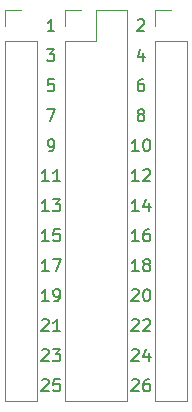
<source format=gbr>
G04 #@! TF.FileFunction,Legend,Top*
%FSLAX46Y46*%
G04 Gerber Fmt 4.6, Leading zero omitted, Abs format (unit mm)*
G04 Created by KiCad (PCBNEW 4.0.6) date 01/06/18 19:18:27*
%MOMM*%
%LPD*%
G01*
G04 APERTURE LIST*
%ADD10C,0.100000*%
%ADD11C,0.203200*%
%ADD12C,0.120000*%
G04 APERTURE END LIST*
D10*
D11*
X157721905Y-130096381D02*
X157770286Y-130048000D01*
X157867048Y-129999619D01*
X158108952Y-129999619D01*
X158205714Y-130048000D01*
X158254095Y-130096381D01*
X158302476Y-130193143D01*
X158302476Y-130289905D01*
X158254095Y-130435048D01*
X157673524Y-131015619D01*
X158302476Y-131015619D01*
X158689524Y-130096381D02*
X158737905Y-130048000D01*
X158834667Y-129999619D01*
X159076571Y-129999619D01*
X159173333Y-130048000D01*
X159221714Y-130096381D01*
X159270095Y-130193143D01*
X159270095Y-130289905D01*
X159221714Y-130435048D01*
X158641143Y-131015619D01*
X159270095Y-131015619D01*
X157721905Y-127556381D02*
X157770286Y-127508000D01*
X157867048Y-127459619D01*
X158108952Y-127459619D01*
X158205714Y-127508000D01*
X158254095Y-127556381D01*
X158302476Y-127653143D01*
X158302476Y-127749905D01*
X158254095Y-127895048D01*
X157673524Y-128475619D01*
X158302476Y-128475619D01*
X158931429Y-127459619D02*
X159028190Y-127459619D01*
X159124952Y-127508000D01*
X159173333Y-127556381D01*
X159221714Y-127653143D01*
X159270095Y-127846667D01*
X159270095Y-128088571D01*
X159221714Y-128282095D01*
X159173333Y-128378857D01*
X159124952Y-128427238D01*
X159028190Y-128475619D01*
X158931429Y-128475619D01*
X158834667Y-128427238D01*
X158786286Y-128378857D01*
X158737905Y-128282095D01*
X158689524Y-128088571D01*
X158689524Y-127846667D01*
X158737905Y-127653143D01*
X158786286Y-127556381D01*
X158834667Y-127508000D01*
X158931429Y-127459619D01*
X158302476Y-125935619D02*
X157721905Y-125935619D01*
X158012191Y-125935619D02*
X158012191Y-124919619D01*
X157915429Y-125064762D01*
X157818667Y-125161524D01*
X157721905Y-125209905D01*
X158883048Y-125355048D02*
X158786286Y-125306667D01*
X158737905Y-125258286D01*
X158689524Y-125161524D01*
X158689524Y-125113143D01*
X158737905Y-125016381D01*
X158786286Y-124968000D01*
X158883048Y-124919619D01*
X159076571Y-124919619D01*
X159173333Y-124968000D01*
X159221714Y-125016381D01*
X159270095Y-125113143D01*
X159270095Y-125161524D01*
X159221714Y-125258286D01*
X159173333Y-125306667D01*
X159076571Y-125355048D01*
X158883048Y-125355048D01*
X158786286Y-125403429D01*
X158737905Y-125451810D01*
X158689524Y-125548571D01*
X158689524Y-125742095D01*
X158737905Y-125838857D01*
X158786286Y-125887238D01*
X158883048Y-125935619D01*
X159076571Y-125935619D01*
X159173333Y-125887238D01*
X159221714Y-125838857D01*
X159270095Y-125742095D01*
X159270095Y-125548571D01*
X159221714Y-125451810D01*
X159173333Y-125403429D01*
X159076571Y-125355048D01*
X158302476Y-123395619D02*
X157721905Y-123395619D01*
X158012191Y-123395619D02*
X158012191Y-122379619D01*
X157915429Y-122524762D01*
X157818667Y-122621524D01*
X157721905Y-122669905D01*
X159173333Y-122379619D02*
X158979810Y-122379619D01*
X158883048Y-122428000D01*
X158834667Y-122476381D01*
X158737905Y-122621524D01*
X158689524Y-122815048D01*
X158689524Y-123202095D01*
X158737905Y-123298857D01*
X158786286Y-123347238D01*
X158883048Y-123395619D01*
X159076571Y-123395619D01*
X159173333Y-123347238D01*
X159221714Y-123298857D01*
X159270095Y-123202095D01*
X159270095Y-122960190D01*
X159221714Y-122863429D01*
X159173333Y-122815048D01*
X159076571Y-122766667D01*
X158883048Y-122766667D01*
X158786286Y-122815048D01*
X158737905Y-122863429D01*
X158689524Y-122960190D01*
X158302476Y-120855619D02*
X157721905Y-120855619D01*
X158012191Y-120855619D02*
X158012191Y-119839619D01*
X157915429Y-119984762D01*
X157818667Y-120081524D01*
X157721905Y-120129905D01*
X159173333Y-120178286D02*
X159173333Y-120855619D01*
X158931429Y-119791238D02*
X158689524Y-120516952D01*
X159318476Y-120516952D01*
X158302476Y-118315619D02*
X157721905Y-118315619D01*
X158012191Y-118315619D02*
X158012191Y-117299619D01*
X157915429Y-117444762D01*
X157818667Y-117541524D01*
X157721905Y-117589905D01*
X158689524Y-117396381D02*
X158737905Y-117348000D01*
X158834667Y-117299619D01*
X159076571Y-117299619D01*
X159173333Y-117348000D01*
X159221714Y-117396381D01*
X159270095Y-117493143D01*
X159270095Y-117589905D01*
X159221714Y-117735048D01*
X158641143Y-118315619D01*
X159270095Y-118315619D01*
X158302476Y-115775619D02*
X157721905Y-115775619D01*
X158012191Y-115775619D02*
X158012191Y-114759619D01*
X157915429Y-114904762D01*
X157818667Y-115001524D01*
X157721905Y-115049905D01*
X158931429Y-114759619D02*
X159028190Y-114759619D01*
X159124952Y-114808000D01*
X159173333Y-114856381D01*
X159221714Y-114953143D01*
X159270095Y-115146667D01*
X159270095Y-115388571D01*
X159221714Y-115582095D01*
X159173333Y-115678857D01*
X159124952Y-115727238D01*
X159028190Y-115775619D01*
X158931429Y-115775619D01*
X158834667Y-115727238D01*
X158786286Y-115678857D01*
X158737905Y-115582095D01*
X158689524Y-115388571D01*
X158689524Y-115146667D01*
X158737905Y-114953143D01*
X158786286Y-114856381D01*
X158834667Y-114808000D01*
X158931429Y-114759619D01*
X158399239Y-112655048D02*
X158302477Y-112606667D01*
X158254096Y-112558286D01*
X158205715Y-112461524D01*
X158205715Y-112413143D01*
X158254096Y-112316381D01*
X158302477Y-112268000D01*
X158399239Y-112219619D01*
X158592762Y-112219619D01*
X158689524Y-112268000D01*
X158737905Y-112316381D01*
X158786286Y-112413143D01*
X158786286Y-112461524D01*
X158737905Y-112558286D01*
X158689524Y-112606667D01*
X158592762Y-112655048D01*
X158399239Y-112655048D01*
X158302477Y-112703429D01*
X158254096Y-112751810D01*
X158205715Y-112848571D01*
X158205715Y-113042095D01*
X158254096Y-113138857D01*
X158302477Y-113187238D01*
X158399239Y-113235619D01*
X158592762Y-113235619D01*
X158689524Y-113187238D01*
X158737905Y-113138857D01*
X158786286Y-113042095D01*
X158786286Y-112848571D01*
X158737905Y-112751810D01*
X158689524Y-112703429D01*
X158592762Y-112655048D01*
X157721905Y-135176381D02*
X157770286Y-135128000D01*
X157867048Y-135079619D01*
X158108952Y-135079619D01*
X158205714Y-135128000D01*
X158254095Y-135176381D01*
X158302476Y-135273143D01*
X158302476Y-135369905D01*
X158254095Y-135515048D01*
X157673524Y-136095619D01*
X158302476Y-136095619D01*
X159173333Y-135079619D02*
X158979810Y-135079619D01*
X158883048Y-135128000D01*
X158834667Y-135176381D01*
X158737905Y-135321524D01*
X158689524Y-135515048D01*
X158689524Y-135902095D01*
X158737905Y-135998857D01*
X158786286Y-136047238D01*
X158883048Y-136095619D01*
X159076571Y-136095619D01*
X159173333Y-136047238D01*
X159221714Y-135998857D01*
X159270095Y-135902095D01*
X159270095Y-135660190D01*
X159221714Y-135563429D01*
X159173333Y-135515048D01*
X159076571Y-135466667D01*
X158883048Y-135466667D01*
X158786286Y-135515048D01*
X158737905Y-135563429D01*
X158689524Y-135660190D01*
X157721905Y-132636381D02*
X157770286Y-132588000D01*
X157867048Y-132539619D01*
X158108952Y-132539619D01*
X158205714Y-132588000D01*
X158254095Y-132636381D01*
X158302476Y-132733143D01*
X158302476Y-132829905D01*
X158254095Y-132975048D01*
X157673524Y-133555619D01*
X158302476Y-133555619D01*
X159173333Y-132878286D02*
X159173333Y-133555619D01*
X158931429Y-132491238D02*
X158689524Y-133216952D01*
X159318476Y-133216952D01*
X158689524Y-109679619D02*
X158496001Y-109679619D01*
X158399239Y-109728000D01*
X158350858Y-109776381D01*
X158254096Y-109921524D01*
X158205715Y-110115048D01*
X158205715Y-110502095D01*
X158254096Y-110598857D01*
X158302477Y-110647238D01*
X158399239Y-110695619D01*
X158592762Y-110695619D01*
X158689524Y-110647238D01*
X158737905Y-110598857D01*
X158786286Y-110502095D01*
X158786286Y-110260190D01*
X158737905Y-110163429D01*
X158689524Y-110115048D01*
X158592762Y-110066667D01*
X158399239Y-110066667D01*
X158302477Y-110115048D01*
X158254096Y-110163429D01*
X158205715Y-110260190D01*
X158689524Y-107478286D02*
X158689524Y-108155619D01*
X158447620Y-107091238D02*
X158205715Y-107816952D01*
X158834667Y-107816952D01*
X158205715Y-104696381D02*
X158254096Y-104648000D01*
X158350858Y-104599619D01*
X158592762Y-104599619D01*
X158689524Y-104648000D01*
X158737905Y-104696381D01*
X158786286Y-104793143D01*
X158786286Y-104889905D01*
X158737905Y-105035048D01*
X158157334Y-105615619D01*
X158786286Y-105615619D01*
X150101905Y-135176381D02*
X150150286Y-135128000D01*
X150247048Y-135079619D01*
X150488952Y-135079619D01*
X150585714Y-135128000D01*
X150634095Y-135176381D01*
X150682476Y-135273143D01*
X150682476Y-135369905D01*
X150634095Y-135515048D01*
X150053524Y-136095619D01*
X150682476Y-136095619D01*
X151601714Y-135079619D02*
X151117905Y-135079619D01*
X151069524Y-135563429D01*
X151117905Y-135515048D01*
X151214667Y-135466667D01*
X151456571Y-135466667D01*
X151553333Y-135515048D01*
X151601714Y-135563429D01*
X151650095Y-135660190D01*
X151650095Y-135902095D01*
X151601714Y-135998857D01*
X151553333Y-136047238D01*
X151456571Y-136095619D01*
X151214667Y-136095619D01*
X151117905Y-136047238D01*
X151069524Y-135998857D01*
X150101905Y-132636381D02*
X150150286Y-132588000D01*
X150247048Y-132539619D01*
X150488952Y-132539619D01*
X150585714Y-132588000D01*
X150634095Y-132636381D01*
X150682476Y-132733143D01*
X150682476Y-132829905D01*
X150634095Y-132975048D01*
X150053524Y-133555619D01*
X150682476Y-133555619D01*
X151021143Y-132539619D02*
X151650095Y-132539619D01*
X151311429Y-132926667D01*
X151456571Y-132926667D01*
X151553333Y-132975048D01*
X151601714Y-133023429D01*
X151650095Y-133120190D01*
X151650095Y-133362095D01*
X151601714Y-133458857D01*
X151553333Y-133507238D01*
X151456571Y-133555619D01*
X151166286Y-133555619D01*
X151069524Y-133507238D01*
X151021143Y-133458857D01*
X150101905Y-130096381D02*
X150150286Y-130048000D01*
X150247048Y-129999619D01*
X150488952Y-129999619D01*
X150585714Y-130048000D01*
X150634095Y-130096381D01*
X150682476Y-130193143D01*
X150682476Y-130289905D01*
X150634095Y-130435048D01*
X150053524Y-131015619D01*
X150682476Y-131015619D01*
X151650095Y-131015619D02*
X151069524Y-131015619D01*
X151359810Y-131015619D02*
X151359810Y-129999619D01*
X151263048Y-130144762D01*
X151166286Y-130241524D01*
X151069524Y-130289905D01*
X150682476Y-128475619D02*
X150101905Y-128475619D01*
X150392191Y-128475619D02*
X150392191Y-127459619D01*
X150295429Y-127604762D01*
X150198667Y-127701524D01*
X150101905Y-127749905D01*
X151166286Y-128475619D02*
X151359810Y-128475619D01*
X151456571Y-128427238D01*
X151504952Y-128378857D01*
X151601714Y-128233714D01*
X151650095Y-128040190D01*
X151650095Y-127653143D01*
X151601714Y-127556381D01*
X151553333Y-127508000D01*
X151456571Y-127459619D01*
X151263048Y-127459619D01*
X151166286Y-127508000D01*
X151117905Y-127556381D01*
X151069524Y-127653143D01*
X151069524Y-127895048D01*
X151117905Y-127991810D01*
X151166286Y-128040190D01*
X151263048Y-128088571D01*
X151456571Y-128088571D01*
X151553333Y-128040190D01*
X151601714Y-127991810D01*
X151650095Y-127895048D01*
X150682476Y-125935619D02*
X150101905Y-125935619D01*
X150392191Y-125935619D02*
X150392191Y-124919619D01*
X150295429Y-125064762D01*
X150198667Y-125161524D01*
X150101905Y-125209905D01*
X151021143Y-124919619D02*
X151698476Y-124919619D01*
X151263048Y-125935619D01*
X150682476Y-123395619D02*
X150101905Y-123395619D01*
X150392191Y-123395619D02*
X150392191Y-122379619D01*
X150295429Y-122524762D01*
X150198667Y-122621524D01*
X150101905Y-122669905D01*
X151601714Y-122379619D02*
X151117905Y-122379619D01*
X151069524Y-122863429D01*
X151117905Y-122815048D01*
X151214667Y-122766667D01*
X151456571Y-122766667D01*
X151553333Y-122815048D01*
X151601714Y-122863429D01*
X151650095Y-122960190D01*
X151650095Y-123202095D01*
X151601714Y-123298857D01*
X151553333Y-123347238D01*
X151456571Y-123395619D01*
X151214667Y-123395619D01*
X151117905Y-123347238D01*
X151069524Y-123298857D01*
X150682476Y-120855619D02*
X150101905Y-120855619D01*
X150392191Y-120855619D02*
X150392191Y-119839619D01*
X150295429Y-119984762D01*
X150198667Y-120081524D01*
X150101905Y-120129905D01*
X151021143Y-119839619D02*
X151650095Y-119839619D01*
X151311429Y-120226667D01*
X151456571Y-120226667D01*
X151553333Y-120275048D01*
X151601714Y-120323429D01*
X151650095Y-120420190D01*
X151650095Y-120662095D01*
X151601714Y-120758857D01*
X151553333Y-120807238D01*
X151456571Y-120855619D01*
X151166286Y-120855619D01*
X151069524Y-120807238D01*
X151021143Y-120758857D01*
X150682476Y-118315619D02*
X150101905Y-118315619D01*
X150392191Y-118315619D02*
X150392191Y-117299619D01*
X150295429Y-117444762D01*
X150198667Y-117541524D01*
X150101905Y-117589905D01*
X151650095Y-118315619D02*
X151069524Y-118315619D01*
X151359810Y-118315619D02*
X151359810Y-117299619D01*
X151263048Y-117444762D01*
X151166286Y-117541524D01*
X151069524Y-117589905D01*
X150682477Y-115775619D02*
X150876001Y-115775619D01*
X150972762Y-115727238D01*
X151021143Y-115678857D01*
X151117905Y-115533714D01*
X151166286Y-115340190D01*
X151166286Y-114953143D01*
X151117905Y-114856381D01*
X151069524Y-114808000D01*
X150972762Y-114759619D01*
X150779239Y-114759619D01*
X150682477Y-114808000D01*
X150634096Y-114856381D01*
X150585715Y-114953143D01*
X150585715Y-115195048D01*
X150634096Y-115291810D01*
X150682477Y-115340190D01*
X150779239Y-115388571D01*
X150972762Y-115388571D01*
X151069524Y-115340190D01*
X151117905Y-115291810D01*
X151166286Y-115195048D01*
X150537334Y-112219619D02*
X151214667Y-112219619D01*
X150779239Y-113235619D01*
X151117905Y-109679619D02*
X150634096Y-109679619D01*
X150585715Y-110163429D01*
X150634096Y-110115048D01*
X150730858Y-110066667D01*
X150972762Y-110066667D01*
X151069524Y-110115048D01*
X151117905Y-110163429D01*
X151166286Y-110260190D01*
X151166286Y-110502095D01*
X151117905Y-110598857D01*
X151069524Y-110647238D01*
X150972762Y-110695619D01*
X150730858Y-110695619D01*
X150634096Y-110647238D01*
X150585715Y-110598857D01*
X150537334Y-107139619D02*
X151166286Y-107139619D01*
X150827620Y-107526667D01*
X150972762Y-107526667D01*
X151069524Y-107575048D01*
X151117905Y-107623429D01*
X151166286Y-107720190D01*
X151166286Y-107962095D01*
X151117905Y-108058857D01*
X151069524Y-108107238D01*
X150972762Y-108155619D01*
X150682477Y-108155619D01*
X150585715Y-108107238D01*
X150537334Y-108058857D01*
X151166286Y-105615619D02*
X150585715Y-105615619D01*
X150876001Y-105615619D02*
X150876001Y-104599619D01*
X150779239Y-104744762D01*
X150682477Y-104841524D01*
X150585715Y-104889905D01*
D12*
X147006000Y-136966000D02*
X149666000Y-136966000D01*
X147006000Y-106426000D02*
X147006000Y-136966000D01*
X149666000Y-106426000D02*
X149666000Y-136966000D01*
X147006000Y-106426000D02*
X149666000Y-106426000D01*
X147006000Y-105156000D02*
X147006000Y-103826000D01*
X147006000Y-103826000D02*
X148336000Y-103826000D01*
X159706000Y-136966000D02*
X162366000Y-136966000D01*
X159706000Y-106426000D02*
X159706000Y-136966000D01*
X162366000Y-106426000D02*
X162366000Y-136966000D01*
X159706000Y-106426000D02*
X162366000Y-106426000D01*
X159706000Y-105156000D02*
X159706000Y-103826000D01*
X159706000Y-103826000D02*
X161036000Y-103826000D01*
X152086000Y-136966000D02*
X157286000Y-136966000D01*
X152086000Y-106426000D02*
X152086000Y-136966000D01*
X157286000Y-103826000D02*
X157286000Y-136966000D01*
X152086000Y-106426000D02*
X154686000Y-106426000D01*
X154686000Y-106426000D02*
X154686000Y-103826000D01*
X154686000Y-103826000D02*
X157286000Y-103826000D01*
X152086000Y-105156000D02*
X152086000Y-103826000D01*
X152086000Y-103826000D02*
X153416000Y-103826000D01*
M02*

</source>
